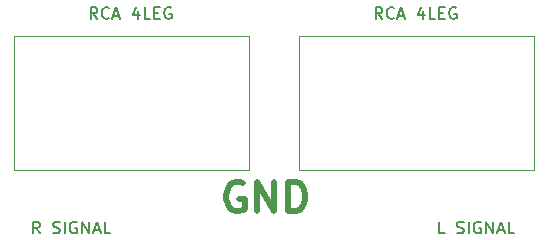
<source format=gbr>
%TF.GenerationSoftware,KiCad,Pcbnew,(5.1.10)-1*%
%TF.CreationDate,2021-10-22T01:29:16+01:00*%
%TF.ProjectId,RCA BOOARD,52434120-424f-44f4-9152-442e6b696361,rev?*%
%TF.SameCoordinates,Original*%
%TF.FileFunction,Legend,Top*%
%TF.FilePolarity,Positive*%
%FSLAX46Y46*%
G04 Gerber Fmt 4.6, Leading zero omitted, Abs format (unit mm)*
G04 Created by KiCad (PCBNEW (5.1.10)-1) date 2021-10-22 01:29:16*
%MOMM*%
%LPD*%
G01*
G04 APERTURE LIST*
%ADD10C,0.500000*%
%ADD11C,0.150000*%
%ADD12C,0.120000*%
G04 APERTURE END LIST*
D10*
X137795238Y-138450000D02*
X137557142Y-138330952D01*
X137200000Y-138330952D01*
X136842857Y-138450000D01*
X136604761Y-138688095D01*
X136485714Y-138926190D01*
X136366666Y-139402380D01*
X136366666Y-139759523D01*
X136485714Y-140235714D01*
X136604761Y-140473809D01*
X136842857Y-140711904D01*
X137200000Y-140830952D01*
X137438095Y-140830952D01*
X137795238Y-140711904D01*
X137914285Y-140592857D01*
X137914285Y-139759523D01*
X137438095Y-139759523D01*
X138985714Y-140830952D02*
X138985714Y-138330952D01*
X140414285Y-140830952D01*
X140414285Y-138330952D01*
X141604761Y-140830952D02*
X141604761Y-138330952D01*
X142200000Y-138330952D01*
X142557142Y-138450000D01*
X142795238Y-138688095D01*
X142914285Y-138926190D01*
X143033333Y-139402380D01*
X143033333Y-139759523D01*
X142914285Y-140235714D01*
X142795238Y-140473809D01*
X142557142Y-140711904D01*
X142200000Y-140830952D01*
X141604761Y-140830952D01*
D11*
X120547142Y-142692380D02*
X120213809Y-142216190D01*
X119975714Y-142692380D02*
X119975714Y-141692380D01*
X120356666Y-141692380D01*
X120451904Y-141740000D01*
X120499523Y-141787619D01*
X120547142Y-141882857D01*
X120547142Y-142025714D01*
X120499523Y-142120952D01*
X120451904Y-142168571D01*
X120356666Y-142216190D01*
X119975714Y-142216190D01*
X121690000Y-142644761D02*
X121832857Y-142692380D01*
X122070952Y-142692380D01*
X122166190Y-142644761D01*
X122213809Y-142597142D01*
X122261428Y-142501904D01*
X122261428Y-142406666D01*
X122213809Y-142311428D01*
X122166190Y-142263809D01*
X122070952Y-142216190D01*
X121880476Y-142168571D01*
X121785238Y-142120952D01*
X121737619Y-142073333D01*
X121690000Y-141978095D01*
X121690000Y-141882857D01*
X121737619Y-141787619D01*
X121785238Y-141740000D01*
X121880476Y-141692380D01*
X122118571Y-141692380D01*
X122261428Y-141740000D01*
X122690000Y-142692380D02*
X122690000Y-141692380D01*
X123690000Y-141740000D02*
X123594761Y-141692380D01*
X123451904Y-141692380D01*
X123309047Y-141740000D01*
X123213809Y-141835238D01*
X123166190Y-141930476D01*
X123118571Y-142120952D01*
X123118571Y-142263809D01*
X123166190Y-142454285D01*
X123213809Y-142549523D01*
X123309047Y-142644761D01*
X123451904Y-142692380D01*
X123547142Y-142692380D01*
X123690000Y-142644761D01*
X123737619Y-142597142D01*
X123737619Y-142263809D01*
X123547142Y-142263809D01*
X124166190Y-142692380D02*
X124166190Y-141692380D01*
X124737619Y-142692380D01*
X124737619Y-141692380D01*
X125166190Y-142406666D02*
X125642380Y-142406666D01*
X125070952Y-142692380D02*
X125404285Y-141692380D01*
X125737619Y-142692380D01*
X126547142Y-142692380D02*
X126070952Y-142692380D01*
X126070952Y-141692380D01*
X154837142Y-142692380D02*
X154360952Y-142692380D01*
X154360952Y-141692380D01*
X155884761Y-142644761D02*
X156027619Y-142692380D01*
X156265714Y-142692380D01*
X156360952Y-142644761D01*
X156408571Y-142597142D01*
X156456190Y-142501904D01*
X156456190Y-142406666D01*
X156408571Y-142311428D01*
X156360952Y-142263809D01*
X156265714Y-142216190D01*
X156075238Y-142168571D01*
X155980000Y-142120952D01*
X155932380Y-142073333D01*
X155884761Y-141978095D01*
X155884761Y-141882857D01*
X155932380Y-141787619D01*
X155980000Y-141740000D01*
X156075238Y-141692380D01*
X156313333Y-141692380D01*
X156456190Y-141740000D01*
X156884761Y-142692380D02*
X156884761Y-141692380D01*
X157884761Y-141740000D02*
X157789523Y-141692380D01*
X157646666Y-141692380D01*
X157503809Y-141740000D01*
X157408571Y-141835238D01*
X157360952Y-141930476D01*
X157313333Y-142120952D01*
X157313333Y-142263809D01*
X157360952Y-142454285D01*
X157408571Y-142549523D01*
X157503809Y-142644761D01*
X157646666Y-142692380D01*
X157741904Y-142692380D01*
X157884761Y-142644761D01*
X157932380Y-142597142D01*
X157932380Y-142263809D01*
X157741904Y-142263809D01*
X158360952Y-142692380D02*
X158360952Y-141692380D01*
X158932380Y-142692380D01*
X158932380Y-141692380D01*
X159360952Y-142406666D02*
X159837142Y-142406666D01*
X159265714Y-142692380D02*
X159599047Y-141692380D01*
X159932380Y-142692380D01*
X160741904Y-142692380D02*
X160265714Y-142692380D01*
X160265714Y-141692380D01*
D12*
%TO.C,RCA 4LEG*%
X162433000Y-125984000D02*
X144272000Y-125984000D01*
X144272000Y-125984000D02*
X142494000Y-125984000D01*
X142494000Y-125984000D02*
X142494000Y-137287000D01*
X142494000Y-137287000D02*
X162433000Y-137287000D01*
X162433000Y-137287000D02*
X162433000Y-125984000D01*
X138303000Y-125984000D02*
X120142000Y-125984000D01*
X120142000Y-125984000D02*
X118364000Y-125984000D01*
X118364000Y-125984000D02*
X118364000Y-137287000D01*
X118364000Y-137287000D02*
X138303000Y-137287000D01*
X138303000Y-137287000D02*
X138303000Y-125984000D01*
D11*
X149566666Y-124531380D02*
X149233333Y-124055190D01*
X148995238Y-124531380D02*
X148995238Y-123531380D01*
X149376190Y-123531380D01*
X149471428Y-123579000D01*
X149519047Y-123626619D01*
X149566666Y-123721857D01*
X149566666Y-123864714D01*
X149519047Y-123959952D01*
X149471428Y-124007571D01*
X149376190Y-124055190D01*
X148995238Y-124055190D01*
X150566666Y-124436142D02*
X150519047Y-124483761D01*
X150376190Y-124531380D01*
X150280952Y-124531380D01*
X150138095Y-124483761D01*
X150042857Y-124388523D01*
X149995238Y-124293285D01*
X149947619Y-124102809D01*
X149947619Y-123959952D01*
X149995238Y-123769476D01*
X150042857Y-123674238D01*
X150138095Y-123579000D01*
X150280952Y-123531380D01*
X150376190Y-123531380D01*
X150519047Y-123579000D01*
X150566666Y-123626619D01*
X150947619Y-124245666D02*
X151423809Y-124245666D01*
X150852380Y-124531380D02*
X151185714Y-123531380D01*
X151519047Y-124531380D01*
X153042857Y-123864714D02*
X153042857Y-124531380D01*
X152804761Y-123483761D02*
X152566666Y-124198047D01*
X153185714Y-124198047D01*
X154042857Y-124531380D02*
X153566666Y-124531380D01*
X153566666Y-123531380D01*
X154376190Y-124007571D02*
X154709523Y-124007571D01*
X154852380Y-124531380D02*
X154376190Y-124531380D01*
X154376190Y-123531380D01*
X154852380Y-123531380D01*
X155804761Y-123579000D02*
X155709523Y-123531380D01*
X155566666Y-123531380D01*
X155423809Y-123579000D01*
X155328571Y-123674238D01*
X155280952Y-123769476D01*
X155233333Y-123959952D01*
X155233333Y-124102809D01*
X155280952Y-124293285D01*
X155328571Y-124388523D01*
X155423809Y-124483761D01*
X155566666Y-124531380D01*
X155661904Y-124531380D01*
X155804761Y-124483761D01*
X155852380Y-124436142D01*
X155852380Y-124102809D01*
X155661904Y-124102809D01*
X125436666Y-124531380D02*
X125103333Y-124055190D01*
X124865238Y-124531380D02*
X124865238Y-123531380D01*
X125246190Y-123531380D01*
X125341428Y-123579000D01*
X125389047Y-123626619D01*
X125436666Y-123721857D01*
X125436666Y-123864714D01*
X125389047Y-123959952D01*
X125341428Y-124007571D01*
X125246190Y-124055190D01*
X124865238Y-124055190D01*
X126436666Y-124436142D02*
X126389047Y-124483761D01*
X126246190Y-124531380D01*
X126150952Y-124531380D01*
X126008095Y-124483761D01*
X125912857Y-124388523D01*
X125865238Y-124293285D01*
X125817619Y-124102809D01*
X125817619Y-123959952D01*
X125865238Y-123769476D01*
X125912857Y-123674238D01*
X126008095Y-123579000D01*
X126150952Y-123531380D01*
X126246190Y-123531380D01*
X126389047Y-123579000D01*
X126436666Y-123626619D01*
X126817619Y-124245666D02*
X127293809Y-124245666D01*
X126722380Y-124531380D02*
X127055714Y-123531380D01*
X127389047Y-124531380D01*
X128912857Y-123864714D02*
X128912857Y-124531380D01*
X128674761Y-123483761D02*
X128436666Y-124198047D01*
X129055714Y-124198047D01*
X129912857Y-124531380D02*
X129436666Y-124531380D01*
X129436666Y-123531380D01*
X130246190Y-124007571D02*
X130579523Y-124007571D01*
X130722380Y-124531380D02*
X130246190Y-124531380D01*
X130246190Y-123531380D01*
X130722380Y-123531380D01*
X131674761Y-123579000D02*
X131579523Y-123531380D01*
X131436666Y-123531380D01*
X131293809Y-123579000D01*
X131198571Y-123674238D01*
X131150952Y-123769476D01*
X131103333Y-123959952D01*
X131103333Y-124102809D01*
X131150952Y-124293285D01*
X131198571Y-124388523D01*
X131293809Y-124483761D01*
X131436666Y-124531380D01*
X131531904Y-124531380D01*
X131674761Y-124483761D01*
X131722380Y-124436142D01*
X131722380Y-124102809D01*
X131531904Y-124102809D01*
%TO.C, *%
%TD*%
M02*

</source>
